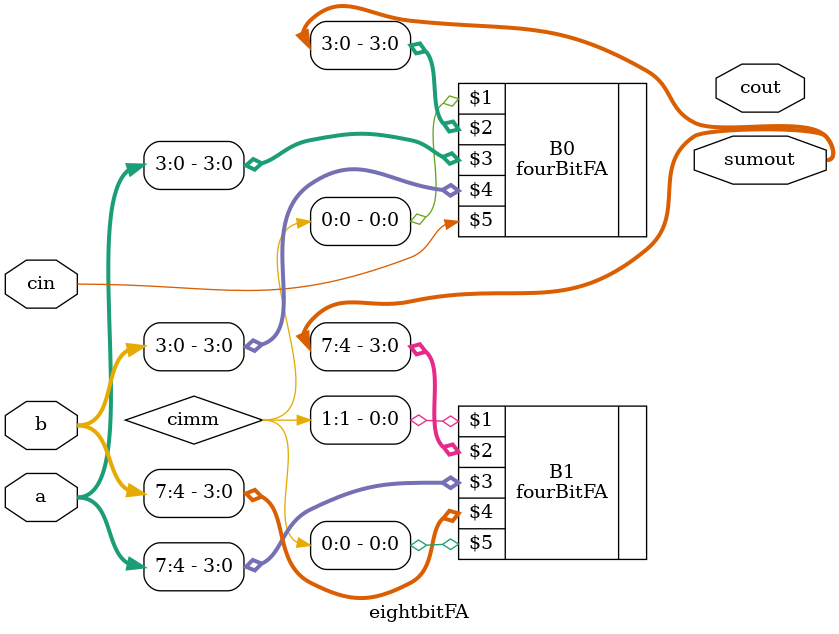
<source format=v>
module eightbitFA(cout,sumout,a,b,cin);
   input [7:0] a;
   input [7:0] b;
   input cin;
   output [7:0] sumout;
   output cout;
   wire [1:0] cimm;
   
   fourBitFA B0 (cimm[0], sumout[3:0],a[3:0],b[3:0],cin);
   fourBitFA B1 (cimm[1], sumout[7:4],a[7:4],b[7:4],cimm[0]);
   
endmodule


</source>
